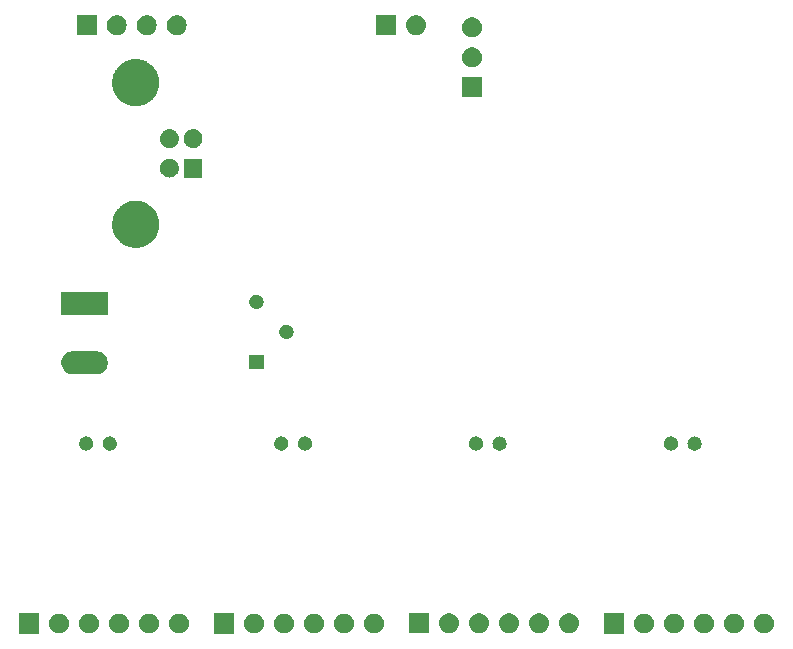
<source format=gbr>
%TF.GenerationSoftware,KiCad,Pcbnew,8.0.2*%
%TF.CreationDate,2024-05-24T16:25:43+02:00*%
%TF.ProjectId,Doodle Drive,446f6f64-6c65-4204-9472-6976652e6b69,1.0V*%
%TF.SameCoordinates,Original*%
%TF.FileFunction,Soldermask,Bot*%
%TF.FilePolarity,Negative*%
%FSLAX46Y46*%
G04 Gerber Fmt 4.6, Leading zero omitted, Abs format (unit mm)*
G04 Created by KiCad (PCBNEW 8.0.2) date 2024-05-24 16:25:43*
%MOMM*%
%LPD*%
G01*
G04 APERTURE LIST*
G04 APERTURE END LIST*
G36*
X63842000Y-106260000D02*
G01*
X62142000Y-106260000D01*
X62142000Y-104560000D01*
X63842000Y-104560000D01*
X63842000Y-106260000D01*
G37*
G36*
X80352000Y-106260000D02*
G01*
X78652000Y-106260000D01*
X78652000Y-104560000D01*
X80352000Y-104560000D01*
X80352000Y-106260000D01*
G37*
G36*
X113372000Y-106260000D02*
G01*
X111672000Y-106260000D01*
X111672000Y-104560000D01*
X113372000Y-104560000D01*
X113372000Y-106260000D01*
G37*
G36*
X65794664Y-104601602D02*
G01*
X65957000Y-104673878D01*
X66100761Y-104778327D01*
X66219664Y-104910383D01*
X66308514Y-105064274D01*
X66363425Y-105233275D01*
X66382000Y-105410000D01*
X66363425Y-105586725D01*
X66308514Y-105755726D01*
X66219664Y-105909617D01*
X66100761Y-106041673D01*
X65957000Y-106146122D01*
X65794664Y-106218398D01*
X65620849Y-106255344D01*
X65443151Y-106255344D01*
X65269336Y-106218398D01*
X65107000Y-106146122D01*
X64963239Y-106041673D01*
X64844336Y-105909617D01*
X64755486Y-105755726D01*
X64700575Y-105586725D01*
X64682000Y-105410000D01*
X64700575Y-105233275D01*
X64755486Y-105064274D01*
X64844336Y-104910383D01*
X64963239Y-104778327D01*
X65107000Y-104673878D01*
X65269336Y-104601602D01*
X65443151Y-104564656D01*
X65620849Y-104564656D01*
X65794664Y-104601602D01*
G37*
G36*
X68334664Y-104601602D02*
G01*
X68497000Y-104673878D01*
X68640761Y-104778327D01*
X68759664Y-104910383D01*
X68848514Y-105064274D01*
X68903425Y-105233275D01*
X68922000Y-105410000D01*
X68903425Y-105586725D01*
X68848514Y-105755726D01*
X68759664Y-105909617D01*
X68640761Y-106041673D01*
X68497000Y-106146122D01*
X68334664Y-106218398D01*
X68160849Y-106255344D01*
X67983151Y-106255344D01*
X67809336Y-106218398D01*
X67647000Y-106146122D01*
X67503239Y-106041673D01*
X67384336Y-105909617D01*
X67295486Y-105755726D01*
X67240575Y-105586725D01*
X67222000Y-105410000D01*
X67240575Y-105233275D01*
X67295486Y-105064274D01*
X67384336Y-104910383D01*
X67503239Y-104778327D01*
X67647000Y-104673878D01*
X67809336Y-104601602D01*
X67983151Y-104564656D01*
X68160849Y-104564656D01*
X68334664Y-104601602D01*
G37*
G36*
X70874664Y-104601602D02*
G01*
X71037000Y-104673878D01*
X71180761Y-104778327D01*
X71299664Y-104910383D01*
X71388514Y-105064274D01*
X71443425Y-105233275D01*
X71462000Y-105410000D01*
X71443425Y-105586725D01*
X71388514Y-105755726D01*
X71299664Y-105909617D01*
X71180761Y-106041673D01*
X71037000Y-106146122D01*
X70874664Y-106218398D01*
X70700849Y-106255344D01*
X70523151Y-106255344D01*
X70349336Y-106218398D01*
X70187000Y-106146122D01*
X70043239Y-106041673D01*
X69924336Y-105909617D01*
X69835486Y-105755726D01*
X69780575Y-105586725D01*
X69762000Y-105410000D01*
X69780575Y-105233275D01*
X69835486Y-105064274D01*
X69924336Y-104910383D01*
X70043239Y-104778327D01*
X70187000Y-104673878D01*
X70349336Y-104601602D01*
X70523151Y-104564656D01*
X70700849Y-104564656D01*
X70874664Y-104601602D01*
G37*
G36*
X73414664Y-104601602D02*
G01*
X73577000Y-104673878D01*
X73720761Y-104778327D01*
X73839664Y-104910383D01*
X73928514Y-105064274D01*
X73983425Y-105233275D01*
X74002000Y-105410000D01*
X73983425Y-105586725D01*
X73928514Y-105755726D01*
X73839664Y-105909617D01*
X73720761Y-106041673D01*
X73577000Y-106146122D01*
X73414664Y-106218398D01*
X73240849Y-106255344D01*
X73063151Y-106255344D01*
X72889336Y-106218398D01*
X72727000Y-106146122D01*
X72583239Y-106041673D01*
X72464336Y-105909617D01*
X72375486Y-105755726D01*
X72320575Y-105586725D01*
X72302000Y-105410000D01*
X72320575Y-105233275D01*
X72375486Y-105064274D01*
X72464336Y-104910383D01*
X72583239Y-104778327D01*
X72727000Y-104673878D01*
X72889336Y-104601602D01*
X73063151Y-104564656D01*
X73240849Y-104564656D01*
X73414664Y-104601602D01*
G37*
G36*
X75954664Y-104601602D02*
G01*
X76117000Y-104673878D01*
X76260761Y-104778327D01*
X76379664Y-104910383D01*
X76468514Y-105064274D01*
X76523425Y-105233275D01*
X76542000Y-105410000D01*
X76523425Y-105586725D01*
X76468514Y-105755726D01*
X76379664Y-105909617D01*
X76260761Y-106041673D01*
X76117000Y-106146122D01*
X75954664Y-106218398D01*
X75780849Y-106255344D01*
X75603151Y-106255344D01*
X75429336Y-106218398D01*
X75267000Y-106146122D01*
X75123239Y-106041673D01*
X75004336Y-105909617D01*
X74915486Y-105755726D01*
X74860575Y-105586725D01*
X74842000Y-105410000D01*
X74860575Y-105233275D01*
X74915486Y-105064274D01*
X75004336Y-104910383D01*
X75123239Y-104778327D01*
X75267000Y-104673878D01*
X75429336Y-104601602D01*
X75603151Y-104564656D01*
X75780849Y-104564656D01*
X75954664Y-104601602D01*
G37*
G36*
X82304664Y-104601602D02*
G01*
X82467000Y-104673878D01*
X82610761Y-104778327D01*
X82729664Y-104910383D01*
X82818514Y-105064274D01*
X82873425Y-105233275D01*
X82892000Y-105410000D01*
X82873425Y-105586725D01*
X82818514Y-105755726D01*
X82729664Y-105909617D01*
X82610761Y-106041673D01*
X82467000Y-106146122D01*
X82304664Y-106218398D01*
X82130849Y-106255344D01*
X81953151Y-106255344D01*
X81779336Y-106218398D01*
X81617000Y-106146122D01*
X81473239Y-106041673D01*
X81354336Y-105909617D01*
X81265486Y-105755726D01*
X81210575Y-105586725D01*
X81192000Y-105410000D01*
X81210575Y-105233275D01*
X81265486Y-105064274D01*
X81354336Y-104910383D01*
X81473239Y-104778327D01*
X81617000Y-104673878D01*
X81779336Y-104601602D01*
X81953151Y-104564656D01*
X82130849Y-104564656D01*
X82304664Y-104601602D01*
G37*
G36*
X84844664Y-104601602D02*
G01*
X85007000Y-104673878D01*
X85150761Y-104778327D01*
X85269664Y-104910383D01*
X85358514Y-105064274D01*
X85413425Y-105233275D01*
X85432000Y-105410000D01*
X85413425Y-105586725D01*
X85358514Y-105755726D01*
X85269664Y-105909617D01*
X85150761Y-106041673D01*
X85007000Y-106146122D01*
X84844664Y-106218398D01*
X84670849Y-106255344D01*
X84493151Y-106255344D01*
X84319336Y-106218398D01*
X84157000Y-106146122D01*
X84013239Y-106041673D01*
X83894336Y-105909617D01*
X83805486Y-105755726D01*
X83750575Y-105586725D01*
X83732000Y-105410000D01*
X83750575Y-105233275D01*
X83805486Y-105064274D01*
X83894336Y-104910383D01*
X84013239Y-104778327D01*
X84157000Y-104673878D01*
X84319336Y-104601602D01*
X84493151Y-104564656D01*
X84670849Y-104564656D01*
X84844664Y-104601602D01*
G37*
G36*
X87384664Y-104601602D02*
G01*
X87547000Y-104673878D01*
X87690761Y-104778327D01*
X87809664Y-104910383D01*
X87898514Y-105064274D01*
X87953425Y-105233275D01*
X87972000Y-105410000D01*
X87953425Y-105586725D01*
X87898514Y-105755726D01*
X87809664Y-105909617D01*
X87690761Y-106041673D01*
X87547000Y-106146122D01*
X87384664Y-106218398D01*
X87210849Y-106255344D01*
X87033151Y-106255344D01*
X86859336Y-106218398D01*
X86697000Y-106146122D01*
X86553239Y-106041673D01*
X86434336Y-105909617D01*
X86345486Y-105755726D01*
X86290575Y-105586725D01*
X86272000Y-105410000D01*
X86290575Y-105233275D01*
X86345486Y-105064274D01*
X86434336Y-104910383D01*
X86553239Y-104778327D01*
X86697000Y-104673878D01*
X86859336Y-104601602D01*
X87033151Y-104564656D01*
X87210849Y-104564656D01*
X87384664Y-104601602D01*
G37*
G36*
X89924664Y-104601602D02*
G01*
X90087000Y-104673878D01*
X90230761Y-104778327D01*
X90349664Y-104910383D01*
X90438514Y-105064274D01*
X90493425Y-105233275D01*
X90512000Y-105410000D01*
X90493425Y-105586725D01*
X90438514Y-105755726D01*
X90349664Y-105909617D01*
X90230761Y-106041673D01*
X90087000Y-106146122D01*
X89924664Y-106218398D01*
X89750849Y-106255344D01*
X89573151Y-106255344D01*
X89399336Y-106218398D01*
X89237000Y-106146122D01*
X89093239Y-106041673D01*
X88974336Y-105909617D01*
X88885486Y-105755726D01*
X88830575Y-105586725D01*
X88812000Y-105410000D01*
X88830575Y-105233275D01*
X88885486Y-105064274D01*
X88974336Y-104910383D01*
X89093239Y-104778327D01*
X89237000Y-104673878D01*
X89399336Y-104601602D01*
X89573151Y-104564656D01*
X89750849Y-104564656D01*
X89924664Y-104601602D01*
G37*
G36*
X92464664Y-104601602D02*
G01*
X92627000Y-104673878D01*
X92770761Y-104778327D01*
X92889664Y-104910383D01*
X92978514Y-105064274D01*
X93033425Y-105233275D01*
X93052000Y-105410000D01*
X93033425Y-105586725D01*
X92978514Y-105755726D01*
X92889664Y-105909617D01*
X92770761Y-106041673D01*
X92627000Y-106146122D01*
X92464664Y-106218398D01*
X92290849Y-106255344D01*
X92113151Y-106255344D01*
X91939336Y-106218398D01*
X91777000Y-106146122D01*
X91633239Y-106041673D01*
X91514336Y-105909617D01*
X91425486Y-105755726D01*
X91370575Y-105586725D01*
X91352000Y-105410000D01*
X91370575Y-105233275D01*
X91425486Y-105064274D01*
X91514336Y-104910383D01*
X91633239Y-104778327D01*
X91777000Y-104673878D01*
X91939336Y-104601602D01*
X92113151Y-104564656D01*
X92290849Y-104564656D01*
X92464664Y-104601602D01*
G37*
G36*
X115324664Y-104601602D02*
G01*
X115487000Y-104673878D01*
X115630761Y-104778327D01*
X115749664Y-104910383D01*
X115838514Y-105064274D01*
X115893425Y-105233275D01*
X115912000Y-105410000D01*
X115893425Y-105586725D01*
X115838514Y-105755726D01*
X115749664Y-105909617D01*
X115630761Y-106041673D01*
X115487000Y-106146122D01*
X115324664Y-106218398D01*
X115150849Y-106255344D01*
X114973151Y-106255344D01*
X114799336Y-106218398D01*
X114637000Y-106146122D01*
X114493239Y-106041673D01*
X114374336Y-105909617D01*
X114285486Y-105755726D01*
X114230575Y-105586725D01*
X114212000Y-105410000D01*
X114230575Y-105233275D01*
X114285486Y-105064274D01*
X114374336Y-104910383D01*
X114493239Y-104778327D01*
X114637000Y-104673878D01*
X114799336Y-104601602D01*
X114973151Y-104564656D01*
X115150849Y-104564656D01*
X115324664Y-104601602D01*
G37*
G36*
X117864664Y-104601602D02*
G01*
X118027000Y-104673878D01*
X118170761Y-104778327D01*
X118289664Y-104910383D01*
X118378514Y-105064274D01*
X118433425Y-105233275D01*
X118452000Y-105410000D01*
X118433425Y-105586725D01*
X118378514Y-105755726D01*
X118289664Y-105909617D01*
X118170761Y-106041673D01*
X118027000Y-106146122D01*
X117864664Y-106218398D01*
X117690849Y-106255344D01*
X117513151Y-106255344D01*
X117339336Y-106218398D01*
X117177000Y-106146122D01*
X117033239Y-106041673D01*
X116914336Y-105909617D01*
X116825486Y-105755726D01*
X116770575Y-105586725D01*
X116752000Y-105410000D01*
X116770575Y-105233275D01*
X116825486Y-105064274D01*
X116914336Y-104910383D01*
X117033239Y-104778327D01*
X117177000Y-104673878D01*
X117339336Y-104601602D01*
X117513151Y-104564656D01*
X117690849Y-104564656D01*
X117864664Y-104601602D01*
G37*
G36*
X120404664Y-104601602D02*
G01*
X120567000Y-104673878D01*
X120710761Y-104778327D01*
X120829664Y-104910383D01*
X120918514Y-105064274D01*
X120973425Y-105233275D01*
X120992000Y-105410000D01*
X120973425Y-105586725D01*
X120918514Y-105755726D01*
X120829664Y-105909617D01*
X120710761Y-106041673D01*
X120567000Y-106146122D01*
X120404664Y-106218398D01*
X120230849Y-106255344D01*
X120053151Y-106255344D01*
X119879336Y-106218398D01*
X119717000Y-106146122D01*
X119573239Y-106041673D01*
X119454336Y-105909617D01*
X119365486Y-105755726D01*
X119310575Y-105586725D01*
X119292000Y-105410000D01*
X119310575Y-105233275D01*
X119365486Y-105064274D01*
X119454336Y-104910383D01*
X119573239Y-104778327D01*
X119717000Y-104673878D01*
X119879336Y-104601602D01*
X120053151Y-104564656D01*
X120230849Y-104564656D01*
X120404664Y-104601602D01*
G37*
G36*
X122944664Y-104601602D02*
G01*
X123107000Y-104673878D01*
X123250761Y-104778327D01*
X123369664Y-104910383D01*
X123458514Y-105064274D01*
X123513425Y-105233275D01*
X123532000Y-105410000D01*
X123513425Y-105586725D01*
X123458514Y-105755726D01*
X123369664Y-105909617D01*
X123250761Y-106041673D01*
X123107000Y-106146122D01*
X122944664Y-106218398D01*
X122770849Y-106255344D01*
X122593151Y-106255344D01*
X122419336Y-106218398D01*
X122257000Y-106146122D01*
X122113239Y-106041673D01*
X121994336Y-105909617D01*
X121905486Y-105755726D01*
X121850575Y-105586725D01*
X121832000Y-105410000D01*
X121850575Y-105233275D01*
X121905486Y-105064274D01*
X121994336Y-104910383D01*
X122113239Y-104778327D01*
X122257000Y-104673878D01*
X122419336Y-104601602D01*
X122593151Y-104564656D01*
X122770849Y-104564656D01*
X122944664Y-104601602D01*
G37*
G36*
X125484664Y-104601602D02*
G01*
X125647000Y-104673878D01*
X125790761Y-104778327D01*
X125909664Y-104910383D01*
X125998514Y-105064274D01*
X126053425Y-105233275D01*
X126072000Y-105410000D01*
X126053425Y-105586725D01*
X125998514Y-105755726D01*
X125909664Y-105909617D01*
X125790761Y-106041673D01*
X125647000Y-106146122D01*
X125484664Y-106218398D01*
X125310849Y-106255344D01*
X125133151Y-106255344D01*
X124959336Y-106218398D01*
X124797000Y-106146122D01*
X124653239Y-106041673D01*
X124534336Y-105909617D01*
X124445486Y-105755726D01*
X124390575Y-105586725D01*
X124372000Y-105410000D01*
X124390575Y-105233275D01*
X124445486Y-105064274D01*
X124534336Y-104910383D01*
X124653239Y-104778327D01*
X124797000Y-104673878D01*
X124959336Y-104601602D01*
X125133151Y-104564656D01*
X125310849Y-104564656D01*
X125484664Y-104601602D01*
G37*
G36*
X96862000Y-106240243D02*
G01*
X95162000Y-106240243D01*
X95162000Y-104540243D01*
X96862000Y-104540243D01*
X96862000Y-106240243D01*
G37*
G36*
X98814664Y-104581845D02*
G01*
X98977000Y-104654121D01*
X99120761Y-104758570D01*
X99239664Y-104890626D01*
X99328514Y-105044517D01*
X99383425Y-105213518D01*
X99402000Y-105390243D01*
X99383425Y-105566968D01*
X99328514Y-105735969D01*
X99239664Y-105889860D01*
X99120761Y-106021916D01*
X98977000Y-106126365D01*
X98814664Y-106198641D01*
X98640849Y-106235587D01*
X98463151Y-106235587D01*
X98289336Y-106198641D01*
X98127000Y-106126365D01*
X97983239Y-106021916D01*
X97864336Y-105889860D01*
X97775486Y-105735969D01*
X97720575Y-105566968D01*
X97702000Y-105390243D01*
X97720575Y-105213518D01*
X97775486Y-105044517D01*
X97864336Y-104890626D01*
X97983239Y-104758570D01*
X98127000Y-104654121D01*
X98289336Y-104581845D01*
X98463151Y-104544899D01*
X98640849Y-104544899D01*
X98814664Y-104581845D01*
G37*
G36*
X101354664Y-104581845D02*
G01*
X101517000Y-104654121D01*
X101660761Y-104758570D01*
X101779664Y-104890626D01*
X101868514Y-105044517D01*
X101923425Y-105213518D01*
X101942000Y-105390243D01*
X101923425Y-105566968D01*
X101868514Y-105735969D01*
X101779664Y-105889860D01*
X101660761Y-106021916D01*
X101517000Y-106126365D01*
X101354664Y-106198641D01*
X101180849Y-106235587D01*
X101003151Y-106235587D01*
X100829336Y-106198641D01*
X100667000Y-106126365D01*
X100523239Y-106021916D01*
X100404336Y-105889860D01*
X100315486Y-105735969D01*
X100260575Y-105566968D01*
X100242000Y-105390243D01*
X100260575Y-105213518D01*
X100315486Y-105044517D01*
X100404336Y-104890626D01*
X100523239Y-104758570D01*
X100667000Y-104654121D01*
X100829336Y-104581845D01*
X101003151Y-104544899D01*
X101180849Y-104544899D01*
X101354664Y-104581845D01*
G37*
G36*
X103894664Y-104581845D02*
G01*
X104057000Y-104654121D01*
X104200761Y-104758570D01*
X104319664Y-104890626D01*
X104408514Y-105044517D01*
X104463425Y-105213518D01*
X104482000Y-105390243D01*
X104463425Y-105566968D01*
X104408514Y-105735969D01*
X104319664Y-105889860D01*
X104200761Y-106021916D01*
X104057000Y-106126365D01*
X103894664Y-106198641D01*
X103720849Y-106235587D01*
X103543151Y-106235587D01*
X103369336Y-106198641D01*
X103207000Y-106126365D01*
X103063239Y-106021916D01*
X102944336Y-105889860D01*
X102855486Y-105735969D01*
X102800575Y-105566968D01*
X102782000Y-105390243D01*
X102800575Y-105213518D01*
X102855486Y-105044517D01*
X102944336Y-104890626D01*
X103063239Y-104758570D01*
X103207000Y-104654121D01*
X103369336Y-104581845D01*
X103543151Y-104544899D01*
X103720849Y-104544899D01*
X103894664Y-104581845D01*
G37*
G36*
X106434664Y-104581845D02*
G01*
X106597000Y-104654121D01*
X106740761Y-104758570D01*
X106859664Y-104890626D01*
X106948514Y-105044517D01*
X107003425Y-105213518D01*
X107022000Y-105390243D01*
X107003425Y-105566968D01*
X106948514Y-105735969D01*
X106859664Y-105889860D01*
X106740761Y-106021916D01*
X106597000Y-106126365D01*
X106434664Y-106198641D01*
X106260849Y-106235587D01*
X106083151Y-106235587D01*
X105909336Y-106198641D01*
X105747000Y-106126365D01*
X105603239Y-106021916D01*
X105484336Y-105889860D01*
X105395486Y-105735969D01*
X105340575Y-105566968D01*
X105322000Y-105390243D01*
X105340575Y-105213518D01*
X105395486Y-105044517D01*
X105484336Y-104890626D01*
X105603239Y-104758570D01*
X105747000Y-104654121D01*
X105909336Y-104581845D01*
X106083151Y-104544899D01*
X106260849Y-104544899D01*
X106434664Y-104581845D01*
G37*
G36*
X108974664Y-104581845D02*
G01*
X109137000Y-104654121D01*
X109280761Y-104758570D01*
X109399664Y-104890626D01*
X109488514Y-105044517D01*
X109543425Y-105213518D01*
X109562000Y-105390243D01*
X109543425Y-105566968D01*
X109488514Y-105735969D01*
X109399664Y-105889860D01*
X109280761Y-106021916D01*
X109137000Y-106126365D01*
X108974664Y-106198641D01*
X108800849Y-106235587D01*
X108623151Y-106235587D01*
X108449336Y-106198641D01*
X108287000Y-106126365D01*
X108143239Y-106021916D01*
X108024336Y-105889860D01*
X107935486Y-105735969D01*
X107880575Y-105566968D01*
X107862000Y-105390243D01*
X107880575Y-105213518D01*
X107935486Y-105044517D01*
X108024336Y-104890626D01*
X108143239Y-104758570D01*
X108287000Y-104654121D01*
X108449336Y-104581845D01*
X108623151Y-104544899D01*
X108800849Y-104544899D01*
X108974664Y-104581845D01*
G37*
G36*
X67870550Y-89574812D02*
G01*
X67906267Y-89574812D01*
X67947221Y-89584906D01*
X67989291Y-89590445D01*
X68018088Y-89602373D01*
X68046610Y-89609403D01*
X68089854Y-89632099D01*
X68134000Y-89650385D01*
X68154140Y-89665839D01*
X68174586Y-89676570D01*
X68216388Y-89713603D01*
X68258264Y-89745736D01*
X68270165Y-89761246D01*
X68282778Y-89772420D01*
X68318943Y-89824815D01*
X68353615Y-89870000D01*
X68358841Y-89882617D01*
X68364882Y-89891369D01*
X68391089Y-89960471D01*
X68413555Y-90014709D01*
X68414563Y-90022366D01*
X68416136Y-90026514D01*
X68428315Y-90126821D01*
X68434000Y-90170000D01*
X68428314Y-90213182D01*
X68416136Y-90313485D01*
X68414563Y-90317631D01*
X68413555Y-90325291D01*
X68391084Y-90379539D01*
X68364882Y-90448630D01*
X68358842Y-90457380D01*
X68353615Y-90470000D01*
X68318936Y-90515193D01*
X68282778Y-90567579D01*
X68270167Y-90578750D01*
X68258264Y-90594264D01*
X68216379Y-90626402D01*
X68174586Y-90663429D01*
X68154144Y-90674157D01*
X68134000Y-90689615D01*
X68089845Y-90707904D01*
X68046610Y-90730596D01*
X68018092Y-90737624D01*
X67989291Y-90749555D01*
X67947219Y-90755093D01*
X67906267Y-90765188D01*
X67870550Y-90765188D01*
X67834000Y-90770000D01*
X67797450Y-90765188D01*
X67761733Y-90765188D01*
X67720780Y-90755093D01*
X67678709Y-90749555D01*
X67649908Y-90737625D01*
X67621389Y-90730596D01*
X67578149Y-90707902D01*
X67534000Y-90689615D01*
X67513857Y-90674159D01*
X67493413Y-90663429D01*
X67451612Y-90626397D01*
X67409736Y-90594264D01*
X67397834Y-90578753D01*
X67385221Y-90567579D01*
X67349053Y-90515180D01*
X67314385Y-90470000D01*
X67309159Y-90457383D01*
X67303117Y-90448630D01*
X67276903Y-90379510D01*
X67254445Y-90325291D01*
X67253437Y-90317635D01*
X67251863Y-90313485D01*
X67239672Y-90213084D01*
X67234000Y-90170000D01*
X67239671Y-90126919D01*
X67251863Y-90026514D01*
X67253437Y-90022362D01*
X67254445Y-90014709D01*
X67276898Y-89960500D01*
X67303117Y-89891369D01*
X67309160Y-89882613D01*
X67314385Y-89870000D01*
X67349046Y-89824828D01*
X67385221Y-89772420D01*
X67397836Y-89761243D01*
X67409736Y-89745736D01*
X67451604Y-89713609D01*
X67493413Y-89676570D01*
X67513861Y-89665837D01*
X67534000Y-89650385D01*
X67578140Y-89632101D01*
X67621389Y-89609403D01*
X67649913Y-89602372D01*
X67678709Y-89590445D01*
X67720777Y-89584906D01*
X67761733Y-89574812D01*
X67797450Y-89574812D01*
X67834000Y-89570000D01*
X67870550Y-89574812D01*
G37*
G36*
X69870550Y-89574812D02*
G01*
X69906267Y-89574812D01*
X69947221Y-89584906D01*
X69989291Y-89590445D01*
X70018088Y-89602373D01*
X70046610Y-89609403D01*
X70089854Y-89632099D01*
X70134000Y-89650385D01*
X70154140Y-89665839D01*
X70174586Y-89676570D01*
X70216388Y-89713603D01*
X70258264Y-89745736D01*
X70270165Y-89761246D01*
X70282778Y-89772420D01*
X70318943Y-89824815D01*
X70353615Y-89870000D01*
X70358841Y-89882617D01*
X70364882Y-89891369D01*
X70391089Y-89960471D01*
X70413555Y-90014709D01*
X70414563Y-90022366D01*
X70416136Y-90026514D01*
X70428315Y-90126821D01*
X70434000Y-90170000D01*
X70428314Y-90213182D01*
X70416136Y-90313485D01*
X70414563Y-90317631D01*
X70413555Y-90325291D01*
X70391084Y-90379539D01*
X70364882Y-90448630D01*
X70358842Y-90457380D01*
X70353615Y-90470000D01*
X70318936Y-90515193D01*
X70282778Y-90567579D01*
X70270167Y-90578750D01*
X70258264Y-90594264D01*
X70216379Y-90626402D01*
X70174586Y-90663429D01*
X70154144Y-90674157D01*
X70134000Y-90689615D01*
X70089845Y-90707904D01*
X70046610Y-90730596D01*
X70018092Y-90737624D01*
X69989291Y-90749555D01*
X69947219Y-90755093D01*
X69906267Y-90765188D01*
X69870550Y-90765188D01*
X69834000Y-90770000D01*
X69797450Y-90765188D01*
X69761733Y-90765188D01*
X69720780Y-90755093D01*
X69678709Y-90749555D01*
X69649908Y-90737625D01*
X69621389Y-90730596D01*
X69578149Y-90707902D01*
X69534000Y-90689615D01*
X69513857Y-90674159D01*
X69493413Y-90663429D01*
X69451612Y-90626397D01*
X69409736Y-90594264D01*
X69397834Y-90578753D01*
X69385221Y-90567579D01*
X69349053Y-90515180D01*
X69314385Y-90470000D01*
X69309159Y-90457383D01*
X69303117Y-90448630D01*
X69276903Y-90379510D01*
X69254445Y-90325291D01*
X69253437Y-90317635D01*
X69251863Y-90313485D01*
X69239672Y-90213084D01*
X69234000Y-90170000D01*
X69239671Y-90126919D01*
X69251863Y-90026514D01*
X69253437Y-90022362D01*
X69254445Y-90014709D01*
X69276898Y-89960500D01*
X69303117Y-89891369D01*
X69309160Y-89882613D01*
X69314385Y-89870000D01*
X69349046Y-89824828D01*
X69385221Y-89772420D01*
X69397836Y-89761243D01*
X69409736Y-89745736D01*
X69451604Y-89713609D01*
X69493413Y-89676570D01*
X69513861Y-89665837D01*
X69534000Y-89650385D01*
X69578140Y-89632101D01*
X69621389Y-89609403D01*
X69649913Y-89602372D01*
X69678709Y-89590445D01*
X69720777Y-89584906D01*
X69761733Y-89574812D01*
X69797450Y-89574812D01*
X69834000Y-89570000D01*
X69870550Y-89574812D01*
G37*
G36*
X84396550Y-89574812D02*
G01*
X84432267Y-89574812D01*
X84473221Y-89584906D01*
X84515291Y-89590445D01*
X84544088Y-89602373D01*
X84572610Y-89609403D01*
X84615854Y-89632099D01*
X84660000Y-89650385D01*
X84680140Y-89665839D01*
X84700586Y-89676570D01*
X84742388Y-89713603D01*
X84784264Y-89745736D01*
X84796165Y-89761246D01*
X84808778Y-89772420D01*
X84844943Y-89824815D01*
X84879615Y-89870000D01*
X84884841Y-89882617D01*
X84890882Y-89891369D01*
X84917089Y-89960471D01*
X84939555Y-90014709D01*
X84940563Y-90022366D01*
X84942136Y-90026514D01*
X84954315Y-90126821D01*
X84960000Y-90170000D01*
X84954314Y-90213182D01*
X84942136Y-90313485D01*
X84940563Y-90317631D01*
X84939555Y-90325291D01*
X84917084Y-90379539D01*
X84890882Y-90448630D01*
X84884842Y-90457380D01*
X84879615Y-90470000D01*
X84844936Y-90515193D01*
X84808778Y-90567579D01*
X84796167Y-90578750D01*
X84784264Y-90594264D01*
X84742379Y-90626402D01*
X84700586Y-90663429D01*
X84680144Y-90674157D01*
X84660000Y-90689615D01*
X84615845Y-90707904D01*
X84572610Y-90730596D01*
X84544092Y-90737624D01*
X84515291Y-90749555D01*
X84473219Y-90755093D01*
X84432267Y-90765188D01*
X84396550Y-90765188D01*
X84360000Y-90770000D01*
X84323450Y-90765188D01*
X84287733Y-90765188D01*
X84246780Y-90755093D01*
X84204709Y-90749555D01*
X84175908Y-90737625D01*
X84147389Y-90730596D01*
X84104149Y-90707902D01*
X84060000Y-90689615D01*
X84039857Y-90674159D01*
X84019413Y-90663429D01*
X83977612Y-90626397D01*
X83935736Y-90594264D01*
X83923834Y-90578753D01*
X83911221Y-90567579D01*
X83875053Y-90515180D01*
X83840385Y-90470000D01*
X83835159Y-90457383D01*
X83829117Y-90448630D01*
X83802903Y-90379510D01*
X83780445Y-90325291D01*
X83779437Y-90317635D01*
X83777863Y-90313485D01*
X83765672Y-90213084D01*
X83760000Y-90170000D01*
X83765671Y-90126919D01*
X83777863Y-90026514D01*
X83779437Y-90022362D01*
X83780445Y-90014709D01*
X83802898Y-89960500D01*
X83829117Y-89891369D01*
X83835160Y-89882613D01*
X83840385Y-89870000D01*
X83875046Y-89824828D01*
X83911221Y-89772420D01*
X83923836Y-89761243D01*
X83935736Y-89745736D01*
X83977604Y-89713609D01*
X84019413Y-89676570D01*
X84039861Y-89665837D01*
X84060000Y-89650385D01*
X84104140Y-89632101D01*
X84147389Y-89609403D01*
X84175913Y-89602372D01*
X84204709Y-89590445D01*
X84246777Y-89584906D01*
X84287733Y-89574812D01*
X84323450Y-89574812D01*
X84360000Y-89570000D01*
X84396550Y-89574812D01*
G37*
G36*
X86396550Y-89574812D02*
G01*
X86432267Y-89574812D01*
X86473221Y-89584906D01*
X86515291Y-89590445D01*
X86544088Y-89602373D01*
X86572610Y-89609403D01*
X86615854Y-89632099D01*
X86660000Y-89650385D01*
X86680140Y-89665839D01*
X86700586Y-89676570D01*
X86742388Y-89713603D01*
X86784264Y-89745736D01*
X86796165Y-89761246D01*
X86808778Y-89772420D01*
X86844943Y-89824815D01*
X86879615Y-89870000D01*
X86884841Y-89882617D01*
X86890882Y-89891369D01*
X86917089Y-89960471D01*
X86939555Y-90014709D01*
X86940563Y-90022366D01*
X86942136Y-90026514D01*
X86954315Y-90126821D01*
X86960000Y-90170000D01*
X86954314Y-90213182D01*
X86942136Y-90313485D01*
X86940563Y-90317631D01*
X86939555Y-90325291D01*
X86917084Y-90379539D01*
X86890882Y-90448630D01*
X86884842Y-90457380D01*
X86879615Y-90470000D01*
X86844936Y-90515193D01*
X86808778Y-90567579D01*
X86796167Y-90578750D01*
X86784264Y-90594264D01*
X86742379Y-90626402D01*
X86700586Y-90663429D01*
X86680144Y-90674157D01*
X86660000Y-90689615D01*
X86615845Y-90707904D01*
X86572610Y-90730596D01*
X86544092Y-90737624D01*
X86515291Y-90749555D01*
X86473219Y-90755093D01*
X86432267Y-90765188D01*
X86396550Y-90765188D01*
X86360000Y-90770000D01*
X86323450Y-90765188D01*
X86287733Y-90765188D01*
X86246780Y-90755093D01*
X86204709Y-90749555D01*
X86175908Y-90737625D01*
X86147389Y-90730596D01*
X86104149Y-90707902D01*
X86060000Y-90689615D01*
X86039857Y-90674159D01*
X86019413Y-90663429D01*
X85977612Y-90626397D01*
X85935736Y-90594264D01*
X85923834Y-90578753D01*
X85911221Y-90567579D01*
X85875053Y-90515180D01*
X85840385Y-90470000D01*
X85835159Y-90457383D01*
X85829117Y-90448630D01*
X85802903Y-90379510D01*
X85780445Y-90325291D01*
X85779437Y-90317635D01*
X85777863Y-90313485D01*
X85765672Y-90213084D01*
X85760000Y-90170000D01*
X85765671Y-90126919D01*
X85777863Y-90026514D01*
X85779437Y-90022362D01*
X85780445Y-90014709D01*
X85802898Y-89960500D01*
X85829117Y-89891369D01*
X85835160Y-89882613D01*
X85840385Y-89870000D01*
X85875046Y-89824828D01*
X85911221Y-89772420D01*
X85923836Y-89761243D01*
X85935736Y-89745736D01*
X85977604Y-89713609D01*
X86019413Y-89676570D01*
X86039861Y-89665837D01*
X86060000Y-89650385D01*
X86104140Y-89632101D01*
X86147389Y-89609403D01*
X86175913Y-89602372D01*
X86204709Y-89590445D01*
X86246777Y-89584906D01*
X86287733Y-89574812D01*
X86323450Y-89574812D01*
X86360000Y-89570000D01*
X86396550Y-89574812D01*
G37*
G36*
X100874550Y-89574812D02*
G01*
X100910267Y-89574812D01*
X100951221Y-89584906D01*
X100993291Y-89590445D01*
X101022088Y-89602373D01*
X101050610Y-89609403D01*
X101093854Y-89632099D01*
X101138000Y-89650385D01*
X101158140Y-89665839D01*
X101178586Y-89676570D01*
X101220388Y-89713603D01*
X101262264Y-89745736D01*
X101274165Y-89761246D01*
X101286778Y-89772420D01*
X101322943Y-89824815D01*
X101357615Y-89870000D01*
X101362841Y-89882617D01*
X101368882Y-89891369D01*
X101395089Y-89960471D01*
X101417555Y-90014709D01*
X101418563Y-90022366D01*
X101420136Y-90026514D01*
X101432315Y-90126821D01*
X101438000Y-90170000D01*
X101432314Y-90213182D01*
X101420136Y-90313485D01*
X101418563Y-90317631D01*
X101417555Y-90325291D01*
X101395084Y-90379539D01*
X101368882Y-90448630D01*
X101362842Y-90457380D01*
X101357615Y-90470000D01*
X101322936Y-90515193D01*
X101286778Y-90567579D01*
X101274167Y-90578750D01*
X101262264Y-90594264D01*
X101220379Y-90626402D01*
X101178586Y-90663429D01*
X101158144Y-90674157D01*
X101138000Y-90689615D01*
X101093845Y-90707904D01*
X101050610Y-90730596D01*
X101022092Y-90737624D01*
X100993291Y-90749555D01*
X100951219Y-90755093D01*
X100910267Y-90765188D01*
X100874550Y-90765188D01*
X100838000Y-90770000D01*
X100801450Y-90765188D01*
X100765733Y-90765188D01*
X100724780Y-90755093D01*
X100682709Y-90749555D01*
X100653908Y-90737625D01*
X100625389Y-90730596D01*
X100582149Y-90707902D01*
X100538000Y-90689615D01*
X100517857Y-90674159D01*
X100497413Y-90663429D01*
X100455612Y-90626397D01*
X100413736Y-90594264D01*
X100401834Y-90578753D01*
X100389221Y-90567579D01*
X100353053Y-90515180D01*
X100318385Y-90470000D01*
X100313159Y-90457383D01*
X100307117Y-90448630D01*
X100280903Y-90379510D01*
X100258445Y-90325291D01*
X100257437Y-90317635D01*
X100255863Y-90313485D01*
X100243672Y-90213084D01*
X100238000Y-90170000D01*
X100243671Y-90126919D01*
X100255863Y-90026514D01*
X100257437Y-90022362D01*
X100258445Y-90014709D01*
X100280898Y-89960500D01*
X100307117Y-89891369D01*
X100313160Y-89882613D01*
X100318385Y-89870000D01*
X100353046Y-89824828D01*
X100389221Y-89772420D01*
X100401836Y-89761243D01*
X100413736Y-89745736D01*
X100455604Y-89713609D01*
X100497413Y-89676570D01*
X100517861Y-89665837D01*
X100538000Y-89650385D01*
X100582140Y-89632101D01*
X100625389Y-89609403D01*
X100653913Y-89602372D01*
X100682709Y-89590445D01*
X100724777Y-89584906D01*
X100765733Y-89574812D01*
X100801450Y-89574812D01*
X100838000Y-89570000D01*
X100874550Y-89574812D01*
G37*
G36*
X102874550Y-89574812D02*
G01*
X102910267Y-89574812D01*
X102951221Y-89584906D01*
X102993291Y-89590445D01*
X103022088Y-89602373D01*
X103050610Y-89609403D01*
X103093854Y-89632099D01*
X103138000Y-89650385D01*
X103158140Y-89665839D01*
X103178586Y-89676570D01*
X103220388Y-89713603D01*
X103262264Y-89745736D01*
X103274165Y-89761246D01*
X103286778Y-89772420D01*
X103322943Y-89824815D01*
X103357615Y-89870000D01*
X103362841Y-89882617D01*
X103368882Y-89891369D01*
X103395089Y-89960471D01*
X103417555Y-90014709D01*
X103418563Y-90022366D01*
X103420136Y-90026514D01*
X103432315Y-90126821D01*
X103438000Y-90170000D01*
X103432314Y-90213182D01*
X103420136Y-90313485D01*
X103418563Y-90317631D01*
X103417555Y-90325291D01*
X103395084Y-90379539D01*
X103368882Y-90448630D01*
X103362842Y-90457380D01*
X103357615Y-90470000D01*
X103322936Y-90515193D01*
X103286778Y-90567579D01*
X103274167Y-90578750D01*
X103262264Y-90594264D01*
X103220379Y-90626402D01*
X103178586Y-90663429D01*
X103158144Y-90674157D01*
X103138000Y-90689615D01*
X103093845Y-90707904D01*
X103050610Y-90730596D01*
X103022092Y-90737624D01*
X102993291Y-90749555D01*
X102951219Y-90755093D01*
X102910267Y-90765188D01*
X102874550Y-90765188D01*
X102838000Y-90770000D01*
X102801450Y-90765188D01*
X102765733Y-90765188D01*
X102724780Y-90755093D01*
X102682709Y-90749555D01*
X102653908Y-90737625D01*
X102625389Y-90730596D01*
X102582149Y-90707902D01*
X102538000Y-90689615D01*
X102517857Y-90674159D01*
X102497413Y-90663429D01*
X102455612Y-90626397D01*
X102413736Y-90594264D01*
X102401834Y-90578753D01*
X102389221Y-90567579D01*
X102353053Y-90515180D01*
X102318385Y-90470000D01*
X102313159Y-90457383D01*
X102307117Y-90448630D01*
X102280903Y-90379510D01*
X102258445Y-90325291D01*
X102257437Y-90317635D01*
X102255863Y-90313485D01*
X102243672Y-90213084D01*
X102238000Y-90170000D01*
X102243671Y-90126919D01*
X102255863Y-90026514D01*
X102257437Y-90022362D01*
X102258445Y-90014709D01*
X102280898Y-89960500D01*
X102307117Y-89891369D01*
X102313160Y-89882613D01*
X102318385Y-89870000D01*
X102353046Y-89824828D01*
X102389221Y-89772420D01*
X102401836Y-89761243D01*
X102413736Y-89745736D01*
X102455604Y-89713609D01*
X102497413Y-89676570D01*
X102517861Y-89665837D01*
X102538000Y-89650385D01*
X102582140Y-89632101D01*
X102625389Y-89609403D01*
X102653913Y-89602372D01*
X102682709Y-89590445D01*
X102724777Y-89584906D01*
X102765733Y-89574812D01*
X102801450Y-89574812D01*
X102838000Y-89570000D01*
X102874550Y-89574812D01*
G37*
G36*
X117384550Y-89574812D02*
G01*
X117420267Y-89574812D01*
X117461221Y-89584906D01*
X117503291Y-89590445D01*
X117532088Y-89602373D01*
X117560610Y-89609403D01*
X117603854Y-89632099D01*
X117648000Y-89650385D01*
X117668140Y-89665839D01*
X117688586Y-89676570D01*
X117730388Y-89713603D01*
X117772264Y-89745736D01*
X117784165Y-89761246D01*
X117796778Y-89772420D01*
X117832943Y-89824815D01*
X117867615Y-89870000D01*
X117872841Y-89882617D01*
X117878882Y-89891369D01*
X117905089Y-89960471D01*
X117927555Y-90014709D01*
X117928563Y-90022366D01*
X117930136Y-90026514D01*
X117942315Y-90126821D01*
X117948000Y-90170000D01*
X117942314Y-90213182D01*
X117930136Y-90313485D01*
X117928563Y-90317631D01*
X117927555Y-90325291D01*
X117905084Y-90379539D01*
X117878882Y-90448630D01*
X117872842Y-90457380D01*
X117867615Y-90470000D01*
X117832936Y-90515193D01*
X117796778Y-90567579D01*
X117784167Y-90578750D01*
X117772264Y-90594264D01*
X117730379Y-90626402D01*
X117688586Y-90663429D01*
X117668144Y-90674157D01*
X117648000Y-90689615D01*
X117603845Y-90707904D01*
X117560610Y-90730596D01*
X117532092Y-90737624D01*
X117503291Y-90749555D01*
X117461219Y-90755093D01*
X117420267Y-90765188D01*
X117384550Y-90765188D01*
X117348000Y-90770000D01*
X117311450Y-90765188D01*
X117275733Y-90765188D01*
X117234780Y-90755093D01*
X117192709Y-90749555D01*
X117163908Y-90737625D01*
X117135389Y-90730596D01*
X117092149Y-90707902D01*
X117048000Y-90689615D01*
X117027857Y-90674159D01*
X117007413Y-90663429D01*
X116965612Y-90626397D01*
X116923736Y-90594264D01*
X116911834Y-90578753D01*
X116899221Y-90567579D01*
X116863053Y-90515180D01*
X116828385Y-90470000D01*
X116823159Y-90457383D01*
X116817117Y-90448630D01*
X116790903Y-90379510D01*
X116768445Y-90325291D01*
X116767437Y-90317635D01*
X116765863Y-90313485D01*
X116753672Y-90213084D01*
X116748000Y-90170000D01*
X116753671Y-90126919D01*
X116765863Y-90026514D01*
X116767437Y-90022362D01*
X116768445Y-90014709D01*
X116790898Y-89960500D01*
X116817117Y-89891369D01*
X116823160Y-89882613D01*
X116828385Y-89870000D01*
X116863046Y-89824828D01*
X116899221Y-89772420D01*
X116911836Y-89761243D01*
X116923736Y-89745736D01*
X116965604Y-89713609D01*
X117007413Y-89676570D01*
X117027861Y-89665837D01*
X117048000Y-89650385D01*
X117092140Y-89632101D01*
X117135389Y-89609403D01*
X117163913Y-89602372D01*
X117192709Y-89590445D01*
X117234777Y-89584906D01*
X117275733Y-89574812D01*
X117311450Y-89574812D01*
X117348000Y-89570000D01*
X117384550Y-89574812D01*
G37*
G36*
X119384550Y-89574812D02*
G01*
X119420267Y-89574812D01*
X119461221Y-89584906D01*
X119503291Y-89590445D01*
X119532088Y-89602373D01*
X119560610Y-89609403D01*
X119603854Y-89632099D01*
X119648000Y-89650385D01*
X119668140Y-89665839D01*
X119688586Y-89676570D01*
X119730388Y-89713603D01*
X119772264Y-89745736D01*
X119784165Y-89761246D01*
X119796778Y-89772420D01*
X119832943Y-89824815D01*
X119867615Y-89870000D01*
X119872841Y-89882617D01*
X119878882Y-89891369D01*
X119905089Y-89960471D01*
X119927555Y-90014709D01*
X119928563Y-90022366D01*
X119930136Y-90026514D01*
X119942315Y-90126821D01*
X119948000Y-90170000D01*
X119942314Y-90213182D01*
X119930136Y-90313485D01*
X119928563Y-90317631D01*
X119927555Y-90325291D01*
X119905084Y-90379539D01*
X119878882Y-90448630D01*
X119872842Y-90457380D01*
X119867615Y-90470000D01*
X119832936Y-90515193D01*
X119796778Y-90567579D01*
X119784167Y-90578750D01*
X119772264Y-90594264D01*
X119730379Y-90626402D01*
X119688586Y-90663429D01*
X119668144Y-90674157D01*
X119648000Y-90689615D01*
X119603845Y-90707904D01*
X119560610Y-90730596D01*
X119532092Y-90737624D01*
X119503291Y-90749555D01*
X119461219Y-90755093D01*
X119420267Y-90765188D01*
X119384550Y-90765188D01*
X119348000Y-90770000D01*
X119311450Y-90765188D01*
X119275733Y-90765188D01*
X119234780Y-90755093D01*
X119192709Y-90749555D01*
X119163908Y-90737625D01*
X119135389Y-90730596D01*
X119092149Y-90707902D01*
X119048000Y-90689615D01*
X119027857Y-90674159D01*
X119007413Y-90663429D01*
X118965612Y-90626397D01*
X118923736Y-90594264D01*
X118911834Y-90578753D01*
X118899221Y-90567579D01*
X118863053Y-90515180D01*
X118828385Y-90470000D01*
X118823159Y-90457383D01*
X118817117Y-90448630D01*
X118790903Y-90379510D01*
X118768445Y-90325291D01*
X118767437Y-90317635D01*
X118765863Y-90313485D01*
X118753672Y-90213084D01*
X118748000Y-90170000D01*
X118753671Y-90126919D01*
X118765863Y-90026514D01*
X118767437Y-90022362D01*
X118768445Y-90014709D01*
X118790898Y-89960500D01*
X118817117Y-89891369D01*
X118823160Y-89882613D01*
X118828385Y-89870000D01*
X118863046Y-89824828D01*
X118899221Y-89772420D01*
X118911836Y-89761243D01*
X118923736Y-89745736D01*
X118965604Y-89713609D01*
X119007413Y-89676570D01*
X119027861Y-89665837D01*
X119048000Y-89650385D01*
X119092140Y-89632101D01*
X119135389Y-89609403D01*
X119163913Y-89602372D01*
X119192709Y-89590445D01*
X119234777Y-89584906D01*
X119275733Y-89574812D01*
X119311450Y-89574812D01*
X119348000Y-89570000D01*
X119384550Y-89574812D01*
G37*
G36*
X68787037Y-82349767D02*
G01*
X68977382Y-82387629D01*
X69156683Y-82461898D01*
X69318049Y-82569720D01*
X69455280Y-82706951D01*
X69563102Y-82868317D01*
X69637371Y-83047618D01*
X69675233Y-83237963D01*
X69675233Y-83432037D01*
X69637371Y-83622382D01*
X69563102Y-83801683D01*
X69455280Y-83963049D01*
X69318049Y-84100280D01*
X69156683Y-84208102D01*
X68977382Y-84282371D01*
X68787037Y-84320233D01*
X66710000Y-84325000D01*
X66612963Y-84320233D01*
X66422618Y-84282371D01*
X66243317Y-84208102D01*
X66081951Y-84100280D01*
X65944720Y-83963049D01*
X65836898Y-83801683D01*
X65762629Y-83622382D01*
X65724767Y-83432037D01*
X65724767Y-83237963D01*
X65762629Y-83047618D01*
X65836898Y-82868317D01*
X65944720Y-82706951D01*
X66081951Y-82569720D01*
X66243317Y-82461898D01*
X66422618Y-82387629D01*
X66612963Y-82349767D01*
X68686951Y-82345006D01*
X68688598Y-82345003D01*
X68688602Y-82345003D01*
X68690000Y-82345000D01*
X68787037Y-82349767D01*
G37*
G36*
X82858500Y-83858500D02*
G01*
X81641500Y-83858500D01*
X81641500Y-82641500D01*
X82858500Y-82641500D01*
X82858500Y-83858500D01*
G37*
G36*
X84827022Y-80106374D02*
G01*
X84863296Y-80106374D01*
X84904885Y-80116624D01*
X84947491Y-80122234D01*
X84976656Y-80134314D01*
X85005617Y-80141453D01*
X85049530Y-80164500D01*
X85094250Y-80183024D01*
X85114650Y-80198678D01*
X85135417Y-80209577D01*
X85177879Y-80247195D01*
X85220274Y-80279726D01*
X85232322Y-80295427D01*
X85245140Y-80306783D01*
X85281889Y-80360025D01*
X85316976Y-80405750D01*
X85322265Y-80418520D01*
X85328408Y-80427419D01*
X85355053Y-80497676D01*
X85377766Y-80552509D01*
X85378785Y-80560251D01*
X85380389Y-80564480D01*
X85392813Y-80666803D01*
X85398500Y-80710000D01*
X85392812Y-80753200D01*
X85380389Y-80855519D01*
X85378785Y-80859746D01*
X85377766Y-80867491D01*
X85355048Y-80922334D01*
X85328408Y-80992580D01*
X85322266Y-81001477D01*
X85316976Y-81014250D01*
X85281883Y-81059983D01*
X85245140Y-81113216D01*
X85232324Y-81124569D01*
X85220274Y-81140274D01*
X85177870Y-81172811D01*
X85135417Y-81210422D01*
X85114654Y-81221318D01*
X85094250Y-81236976D01*
X85049521Y-81255503D01*
X85005617Y-81278546D01*
X84976661Y-81285683D01*
X84947491Y-81297766D01*
X84904882Y-81303375D01*
X84863296Y-81313626D01*
X84827022Y-81313626D01*
X84790000Y-81318500D01*
X84752978Y-81313626D01*
X84716704Y-81313626D01*
X84675116Y-81303375D01*
X84632509Y-81297766D01*
X84603339Y-81285683D01*
X84574382Y-81278546D01*
X84530474Y-81255501D01*
X84485750Y-81236976D01*
X84465347Y-81221320D01*
X84444582Y-81210422D01*
X84402121Y-81172805D01*
X84359726Y-81140274D01*
X84347677Y-81124572D01*
X84334859Y-81113216D01*
X84298106Y-81059970D01*
X84263024Y-81014250D01*
X84257734Y-81001481D01*
X84251591Y-80992580D01*
X84224939Y-80922305D01*
X84202234Y-80867491D01*
X84201215Y-80859751D01*
X84199610Y-80855519D01*
X84187174Y-80753102D01*
X84181500Y-80710000D01*
X84187174Y-80666900D01*
X84199610Y-80564480D01*
X84201215Y-80560247D01*
X84202234Y-80552509D01*
X84224934Y-80497705D01*
X84251591Y-80427419D01*
X84257735Y-80418516D01*
X84263024Y-80405750D01*
X84298100Y-80360038D01*
X84334859Y-80306783D01*
X84347679Y-80295424D01*
X84359726Y-80279726D01*
X84402113Y-80247200D01*
X84444582Y-80209577D01*
X84465351Y-80198676D01*
X84485750Y-80183024D01*
X84530465Y-80164502D01*
X84574382Y-80141453D01*
X84603344Y-80134314D01*
X84632509Y-80122234D01*
X84675113Y-80116624D01*
X84716704Y-80106374D01*
X84752978Y-80106374D01*
X84790000Y-80101500D01*
X84827022Y-80106374D01*
G37*
G36*
X69680000Y-79325000D02*
G01*
X65720000Y-79325000D01*
X65720000Y-77345000D01*
X69680000Y-77345000D01*
X69680000Y-79325000D01*
G37*
G36*
X82287022Y-77566374D02*
G01*
X82323296Y-77566374D01*
X82364885Y-77576624D01*
X82407491Y-77582234D01*
X82436656Y-77594314D01*
X82465617Y-77601453D01*
X82509530Y-77624500D01*
X82554250Y-77643024D01*
X82574650Y-77658678D01*
X82595417Y-77669577D01*
X82637879Y-77707195D01*
X82680274Y-77739726D01*
X82692322Y-77755427D01*
X82705140Y-77766783D01*
X82741889Y-77820025D01*
X82776976Y-77865750D01*
X82782265Y-77878520D01*
X82788408Y-77887419D01*
X82815053Y-77957676D01*
X82837766Y-78012509D01*
X82838785Y-78020251D01*
X82840389Y-78024480D01*
X82852813Y-78126803D01*
X82858500Y-78170000D01*
X82852812Y-78213200D01*
X82840389Y-78315519D01*
X82838785Y-78319746D01*
X82837766Y-78327491D01*
X82815048Y-78382334D01*
X82788408Y-78452580D01*
X82782266Y-78461477D01*
X82776976Y-78474250D01*
X82741883Y-78519983D01*
X82705140Y-78573216D01*
X82692324Y-78584569D01*
X82680274Y-78600274D01*
X82637870Y-78632811D01*
X82595417Y-78670422D01*
X82574654Y-78681318D01*
X82554250Y-78696976D01*
X82509521Y-78715503D01*
X82465617Y-78738546D01*
X82436661Y-78745683D01*
X82407491Y-78757766D01*
X82364882Y-78763375D01*
X82323296Y-78773626D01*
X82287022Y-78773626D01*
X82250000Y-78778500D01*
X82212978Y-78773626D01*
X82176704Y-78773626D01*
X82135116Y-78763375D01*
X82092509Y-78757766D01*
X82063339Y-78745683D01*
X82034382Y-78738546D01*
X81990474Y-78715501D01*
X81945750Y-78696976D01*
X81925347Y-78681320D01*
X81904582Y-78670422D01*
X81862121Y-78632805D01*
X81819726Y-78600274D01*
X81807677Y-78584572D01*
X81794859Y-78573216D01*
X81758106Y-78519970D01*
X81723024Y-78474250D01*
X81717734Y-78461481D01*
X81711591Y-78452580D01*
X81684939Y-78382305D01*
X81662234Y-78327491D01*
X81661215Y-78319751D01*
X81659610Y-78315519D01*
X81647174Y-78213102D01*
X81641500Y-78170000D01*
X81647174Y-78126900D01*
X81659610Y-78024480D01*
X81661215Y-78020247D01*
X81662234Y-78012509D01*
X81684934Y-77957705D01*
X81711591Y-77887419D01*
X81717735Y-77878516D01*
X81723024Y-77865750D01*
X81758100Y-77820038D01*
X81794859Y-77766783D01*
X81807679Y-77755424D01*
X81819726Y-77739726D01*
X81862113Y-77707200D01*
X81904582Y-77669577D01*
X81925351Y-77658676D01*
X81945750Y-77643024D01*
X81990465Y-77624502D01*
X82034382Y-77601453D01*
X82063344Y-77594314D01*
X82092509Y-77582234D01*
X82135113Y-77576624D01*
X82176704Y-77566374D01*
X82212978Y-77566374D01*
X82250000Y-77561500D01*
X82287022Y-77566374D01*
G37*
G36*
X72094641Y-69604802D02*
G01*
X72163976Y-69604802D01*
X72239193Y-69615140D01*
X72312130Y-69620357D01*
X72372169Y-69633417D01*
X72434383Y-69641969D01*
X72513919Y-69664253D01*
X72590965Y-69681014D01*
X72642976Y-69700413D01*
X72697208Y-69715608D01*
X72779196Y-69751220D01*
X72858330Y-69780736D01*
X72901824Y-69804485D01*
X72947568Y-69824355D01*
X73029865Y-69874401D01*
X73108782Y-69917493D01*
X73143653Y-69943597D01*
X73180777Y-69966173D01*
X73261050Y-70031480D01*
X73337221Y-70088501D01*
X73363762Y-70115042D01*
X73392512Y-70138432D01*
X73468282Y-70219562D01*
X73538999Y-70290279D01*
X73557869Y-70315486D01*
X73578815Y-70337914D01*
X73647507Y-70435228D01*
X73710007Y-70518718D01*
X73722189Y-70541029D01*
X73736219Y-70560904D01*
X73795253Y-70674836D01*
X73846764Y-70769170D01*
X73853521Y-70787287D01*
X73861791Y-70803247D01*
X73908625Y-70935028D01*
X73946486Y-71036535D01*
X73949302Y-71049480D01*
X73953200Y-71060448D01*
X73985480Y-71215787D01*
X74007143Y-71315370D01*
X74007651Y-71322482D01*
X74008733Y-71327686D01*
X74024269Y-71554835D01*
X74027500Y-71600000D01*
X74024269Y-71645167D01*
X74008733Y-71872313D01*
X74007651Y-71877515D01*
X74007143Y-71884630D01*
X73985475Y-71984233D01*
X73953200Y-72139551D01*
X73949302Y-72150517D01*
X73946486Y-72163465D01*
X73908618Y-72264991D01*
X73861791Y-72396752D01*
X73853522Y-72412708D01*
X73846764Y-72430830D01*
X73795243Y-72525182D01*
X73736219Y-72639095D01*
X73722192Y-72658966D01*
X73710007Y-72681282D01*
X73647494Y-72764788D01*
X73578815Y-72862085D01*
X73557872Y-72884508D01*
X73538999Y-72909721D01*
X73468268Y-72980451D01*
X73392512Y-73061567D01*
X73363768Y-73084951D01*
X73337221Y-73111499D01*
X73261034Y-73168531D01*
X73180777Y-73233826D01*
X73143660Y-73256396D01*
X73108782Y-73282507D01*
X73029849Y-73325607D01*
X72947568Y-73375644D01*
X72901833Y-73395509D01*
X72858330Y-73419264D01*
X72779180Y-73448785D01*
X72697208Y-73484391D01*
X72642987Y-73499582D01*
X72590965Y-73518986D01*
X72513903Y-73535749D01*
X72434383Y-73558030D01*
X72372179Y-73566580D01*
X72312130Y-73579643D01*
X72239189Y-73584859D01*
X72163976Y-73595198D01*
X72094641Y-73595198D01*
X72027500Y-73600000D01*
X71960359Y-73595198D01*
X71891024Y-73595198D01*
X71815810Y-73584859D01*
X71742870Y-73579643D01*
X71682821Y-73566580D01*
X71620616Y-73558030D01*
X71541092Y-73535748D01*
X71464035Y-73518986D01*
X71412015Y-73499583D01*
X71357791Y-73484391D01*
X71275812Y-73448782D01*
X71196670Y-73419264D01*
X71153170Y-73395511D01*
X71107431Y-73375644D01*
X71025140Y-73325602D01*
X70946218Y-73282507D01*
X70911343Y-73256400D01*
X70874222Y-73233826D01*
X70793952Y-73168522D01*
X70717779Y-73111499D01*
X70691236Y-73084956D01*
X70662487Y-73061567D01*
X70586716Y-72980436D01*
X70516001Y-72909721D01*
X70497131Y-72884513D01*
X70476184Y-72862085D01*
X70407487Y-72764764D01*
X70344993Y-72681282D01*
X70332811Y-72658972D01*
X70318780Y-72639095D01*
X70259736Y-72525146D01*
X70208236Y-72430830D01*
X70201479Y-72412715D01*
X70193208Y-72396752D01*
X70146360Y-72264935D01*
X70108514Y-72163465D01*
X70105698Y-72150524D01*
X70101799Y-72139551D01*
X70069502Y-71984131D01*
X70047857Y-71884630D01*
X70047348Y-71877523D01*
X70046266Y-71872313D01*
X70030707Y-71644847D01*
X70027500Y-71600000D01*
X70030707Y-71555156D01*
X70046266Y-71327686D01*
X70047348Y-71322475D01*
X70047857Y-71315370D01*
X70069497Y-71215890D01*
X70101799Y-71060448D01*
X70105699Y-71049473D01*
X70108514Y-71036535D01*
X70146352Y-70935085D01*
X70193208Y-70803247D01*
X70201481Y-70787280D01*
X70208236Y-70769170D01*
X70259726Y-70674871D01*
X70318780Y-70560904D01*
X70332813Y-70541023D01*
X70344993Y-70518718D01*
X70407475Y-70435251D01*
X70476184Y-70337914D01*
X70497134Y-70315480D01*
X70516001Y-70290279D01*
X70586702Y-70219577D01*
X70662487Y-70138432D01*
X70691241Y-70115038D01*
X70717779Y-70088501D01*
X70793937Y-70031489D01*
X70874222Y-69966173D01*
X70911350Y-69943594D01*
X70946218Y-69917493D01*
X71025124Y-69874406D01*
X71107431Y-69824355D01*
X71153179Y-69804483D01*
X71196670Y-69780736D01*
X71275796Y-69751223D01*
X71357791Y-69715608D01*
X71412026Y-69700412D01*
X71464035Y-69681014D01*
X71541076Y-69664254D01*
X71620616Y-69641969D01*
X71682831Y-69633417D01*
X71742870Y-69620357D01*
X71815806Y-69615140D01*
X71891024Y-69604802D01*
X71960359Y-69604802D01*
X72027500Y-69600000D01*
X72094641Y-69604802D01*
G37*
G36*
X74929311Y-66054711D02*
G01*
X74971088Y-66054711D01*
X75018218Y-66064728D01*
X75065517Y-66070058D01*
X75099908Y-66082092D01*
X75134610Y-66089468D01*
X75184617Y-66111733D01*
X75234607Y-66129225D01*
X75260628Y-66145575D01*
X75287335Y-66157466D01*
X75337133Y-66193646D01*
X75386292Y-66224535D01*
X75403944Y-66242187D01*
X75422584Y-66255730D01*
X75468665Y-66306908D01*
X75512965Y-66351208D01*
X75523154Y-66367424D01*
X75534446Y-66379965D01*
X75573073Y-66446870D01*
X75608275Y-66502893D01*
X75612670Y-66515453D01*
X75618035Y-66524746D01*
X75645510Y-66609305D01*
X75667442Y-66671983D01*
X75668273Y-66679363D01*
X75669695Y-66683738D01*
X75682576Y-66806306D01*
X75687500Y-66850000D01*
X75682576Y-66893697D01*
X75669695Y-67016261D01*
X75668273Y-67020635D01*
X75667442Y-67028017D01*
X75645505Y-67090707D01*
X75618035Y-67175253D01*
X75612671Y-67184543D01*
X75608275Y-67197107D01*
X75573066Y-67253140D01*
X75534446Y-67320034D01*
X75523156Y-67332572D01*
X75512965Y-67348792D01*
X75468655Y-67393101D01*
X75422584Y-67444269D01*
X75403948Y-67457808D01*
X75386292Y-67475465D01*
X75337123Y-67506359D01*
X75287335Y-67542533D01*
X75260634Y-67554421D01*
X75234607Y-67570775D01*
X75184607Y-67588270D01*
X75134610Y-67610531D01*
X75099914Y-67617905D01*
X75065517Y-67629942D01*
X75018215Y-67635271D01*
X74971088Y-67645289D01*
X74929311Y-67645289D01*
X74887500Y-67650000D01*
X74845689Y-67645289D01*
X74803912Y-67645289D01*
X74756784Y-67635271D01*
X74709483Y-67629942D01*
X74675086Y-67617906D01*
X74640389Y-67610531D01*
X74590387Y-67588268D01*
X74540393Y-67570775D01*
X74514368Y-67554422D01*
X74487664Y-67542533D01*
X74437869Y-67506355D01*
X74388708Y-67475465D01*
X74371054Y-67457811D01*
X74352415Y-67444269D01*
X74306333Y-67393090D01*
X74262035Y-67348792D01*
X74251845Y-67332575D01*
X74240553Y-67320034D01*
X74201920Y-67253120D01*
X74166725Y-67197107D01*
X74162330Y-67184547D01*
X74156964Y-67175253D01*
X74129480Y-67090667D01*
X74107558Y-67028017D01*
X74106726Y-67020639D01*
X74105304Y-67016261D01*
X74092408Y-66893565D01*
X74087500Y-66850000D01*
X74092408Y-66806438D01*
X74105304Y-66683738D01*
X74106726Y-66679358D01*
X74107558Y-66671983D01*
X74129475Y-66609345D01*
X74156964Y-66524746D01*
X74162331Y-66515449D01*
X74166725Y-66502893D01*
X74201913Y-66446890D01*
X74240553Y-66379965D01*
X74251847Y-66367421D01*
X74262035Y-66351208D01*
X74306326Y-66306916D01*
X74352417Y-66255728D01*
X74371059Y-66242183D01*
X74388708Y-66224535D01*
X74437854Y-66193654D01*
X74487662Y-66157467D01*
X74514373Y-66145574D01*
X74540393Y-66129225D01*
X74590377Y-66111734D01*
X74640389Y-66089468D01*
X74675092Y-66082091D01*
X74709483Y-66070058D01*
X74756781Y-66064728D01*
X74803912Y-66054711D01*
X74845689Y-66054711D01*
X74887500Y-66050000D01*
X74929311Y-66054711D01*
G37*
G36*
X77687500Y-67650000D02*
G01*
X76087500Y-67650000D01*
X76087500Y-66050000D01*
X77687500Y-66050000D01*
X77687500Y-67650000D01*
G37*
G36*
X74929311Y-63554711D02*
G01*
X74971088Y-63554711D01*
X75018218Y-63564728D01*
X75065517Y-63570058D01*
X75099908Y-63582092D01*
X75134610Y-63589468D01*
X75184617Y-63611733D01*
X75234607Y-63629225D01*
X75260628Y-63645575D01*
X75287335Y-63657466D01*
X75337133Y-63693646D01*
X75386292Y-63724535D01*
X75403944Y-63742187D01*
X75422584Y-63755730D01*
X75468665Y-63806908D01*
X75512965Y-63851208D01*
X75523154Y-63867424D01*
X75534446Y-63879965D01*
X75573073Y-63946870D01*
X75608275Y-64002893D01*
X75612670Y-64015453D01*
X75618035Y-64024746D01*
X75645510Y-64109305D01*
X75667442Y-64171983D01*
X75668273Y-64179363D01*
X75669695Y-64183738D01*
X75682576Y-64306306D01*
X75687500Y-64350000D01*
X75682576Y-64393697D01*
X75669695Y-64516261D01*
X75668273Y-64520635D01*
X75667442Y-64528017D01*
X75645505Y-64590707D01*
X75618035Y-64675253D01*
X75612671Y-64684543D01*
X75608275Y-64697107D01*
X75573066Y-64753140D01*
X75534446Y-64820034D01*
X75523156Y-64832572D01*
X75512965Y-64848792D01*
X75468655Y-64893101D01*
X75422584Y-64944269D01*
X75403948Y-64957808D01*
X75386292Y-64975465D01*
X75337123Y-65006359D01*
X75287335Y-65042533D01*
X75260634Y-65054421D01*
X75234607Y-65070775D01*
X75184607Y-65088270D01*
X75134610Y-65110531D01*
X75099914Y-65117905D01*
X75065517Y-65129942D01*
X75018215Y-65135271D01*
X74971088Y-65145289D01*
X74929311Y-65145289D01*
X74887500Y-65150000D01*
X74845689Y-65145289D01*
X74803912Y-65145289D01*
X74756784Y-65135271D01*
X74709483Y-65129942D01*
X74675086Y-65117906D01*
X74640389Y-65110531D01*
X74590387Y-65088268D01*
X74540393Y-65070775D01*
X74514368Y-65054422D01*
X74487664Y-65042533D01*
X74437869Y-65006355D01*
X74388708Y-64975465D01*
X74371054Y-64957811D01*
X74352415Y-64944269D01*
X74306333Y-64893090D01*
X74262035Y-64848792D01*
X74251845Y-64832575D01*
X74240553Y-64820034D01*
X74201920Y-64753120D01*
X74166725Y-64697107D01*
X74162330Y-64684547D01*
X74156964Y-64675253D01*
X74129480Y-64590667D01*
X74107558Y-64528017D01*
X74106726Y-64520639D01*
X74105304Y-64516261D01*
X74092408Y-64393565D01*
X74087500Y-64350000D01*
X74092408Y-64306438D01*
X74105304Y-64183738D01*
X74106726Y-64179358D01*
X74107558Y-64171983D01*
X74129475Y-64109345D01*
X74156964Y-64024746D01*
X74162331Y-64015449D01*
X74166725Y-64002893D01*
X74201913Y-63946890D01*
X74240553Y-63879965D01*
X74251847Y-63867421D01*
X74262035Y-63851208D01*
X74306326Y-63806916D01*
X74352417Y-63755728D01*
X74371059Y-63742183D01*
X74388708Y-63724535D01*
X74437854Y-63693654D01*
X74487662Y-63657467D01*
X74514373Y-63645574D01*
X74540393Y-63629225D01*
X74590377Y-63611734D01*
X74640389Y-63589468D01*
X74675092Y-63582091D01*
X74709483Y-63570058D01*
X74756781Y-63564728D01*
X74803912Y-63554711D01*
X74845689Y-63554711D01*
X74887500Y-63550000D01*
X74929311Y-63554711D01*
G37*
G36*
X76929311Y-63554711D02*
G01*
X76971088Y-63554711D01*
X77018218Y-63564728D01*
X77065517Y-63570058D01*
X77099908Y-63582092D01*
X77134610Y-63589468D01*
X77184617Y-63611733D01*
X77234607Y-63629225D01*
X77260628Y-63645575D01*
X77287335Y-63657466D01*
X77337133Y-63693646D01*
X77386292Y-63724535D01*
X77403944Y-63742187D01*
X77422584Y-63755730D01*
X77468665Y-63806908D01*
X77512965Y-63851208D01*
X77523154Y-63867424D01*
X77534446Y-63879965D01*
X77573073Y-63946870D01*
X77608275Y-64002893D01*
X77612670Y-64015453D01*
X77618035Y-64024746D01*
X77645510Y-64109305D01*
X77667442Y-64171983D01*
X77668273Y-64179363D01*
X77669695Y-64183738D01*
X77682576Y-64306306D01*
X77687500Y-64350000D01*
X77682576Y-64393697D01*
X77669695Y-64516261D01*
X77668273Y-64520635D01*
X77667442Y-64528017D01*
X77645505Y-64590707D01*
X77618035Y-64675253D01*
X77612671Y-64684543D01*
X77608275Y-64697107D01*
X77573066Y-64753140D01*
X77534446Y-64820034D01*
X77523156Y-64832572D01*
X77512965Y-64848792D01*
X77468655Y-64893101D01*
X77422584Y-64944269D01*
X77403948Y-64957808D01*
X77386292Y-64975465D01*
X77337123Y-65006359D01*
X77287335Y-65042533D01*
X77260634Y-65054421D01*
X77234607Y-65070775D01*
X77184607Y-65088270D01*
X77134610Y-65110531D01*
X77099914Y-65117905D01*
X77065517Y-65129942D01*
X77018215Y-65135271D01*
X76971088Y-65145289D01*
X76929311Y-65145289D01*
X76887500Y-65150000D01*
X76845689Y-65145289D01*
X76803912Y-65145289D01*
X76756784Y-65135271D01*
X76709483Y-65129942D01*
X76675086Y-65117906D01*
X76640389Y-65110531D01*
X76590387Y-65088268D01*
X76540393Y-65070775D01*
X76514368Y-65054422D01*
X76487664Y-65042533D01*
X76437869Y-65006355D01*
X76388708Y-64975465D01*
X76371054Y-64957811D01*
X76352415Y-64944269D01*
X76306333Y-64893090D01*
X76262035Y-64848792D01*
X76251845Y-64832575D01*
X76240553Y-64820034D01*
X76201920Y-64753120D01*
X76166725Y-64697107D01*
X76162330Y-64684547D01*
X76156964Y-64675253D01*
X76129480Y-64590667D01*
X76107558Y-64528017D01*
X76106726Y-64520639D01*
X76105304Y-64516261D01*
X76092408Y-64393565D01*
X76087500Y-64350000D01*
X76092408Y-64306438D01*
X76105304Y-64183738D01*
X76106726Y-64179358D01*
X76107558Y-64171983D01*
X76129475Y-64109345D01*
X76156964Y-64024746D01*
X76162331Y-64015449D01*
X76166725Y-64002893D01*
X76201913Y-63946890D01*
X76240553Y-63879965D01*
X76251847Y-63867421D01*
X76262035Y-63851208D01*
X76306326Y-63806916D01*
X76352417Y-63755728D01*
X76371059Y-63742183D01*
X76388708Y-63724535D01*
X76437854Y-63693654D01*
X76487662Y-63657467D01*
X76514373Y-63645574D01*
X76540393Y-63629225D01*
X76590377Y-63611734D01*
X76640389Y-63589468D01*
X76675092Y-63582091D01*
X76709483Y-63570058D01*
X76756781Y-63564728D01*
X76803912Y-63554711D01*
X76845689Y-63554711D01*
X76887500Y-63550000D01*
X76929311Y-63554711D01*
G37*
G36*
X72094641Y-57604802D02*
G01*
X72163976Y-57604802D01*
X72239193Y-57615140D01*
X72312130Y-57620357D01*
X72372169Y-57633417D01*
X72434383Y-57641969D01*
X72513919Y-57664253D01*
X72590965Y-57681014D01*
X72642976Y-57700413D01*
X72697208Y-57715608D01*
X72779196Y-57751220D01*
X72858330Y-57780736D01*
X72901824Y-57804485D01*
X72947568Y-57824355D01*
X73029865Y-57874401D01*
X73108782Y-57917493D01*
X73143653Y-57943597D01*
X73180777Y-57966173D01*
X73261050Y-58031480D01*
X73337221Y-58088501D01*
X73363762Y-58115042D01*
X73392512Y-58138432D01*
X73468282Y-58219562D01*
X73538999Y-58290279D01*
X73557869Y-58315486D01*
X73578815Y-58337914D01*
X73647507Y-58435228D01*
X73710007Y-58518718D01*
X73722189Y-58541029D01*
X73736219Y-58560904D01*
X73795253Y-58674836D01*
X73846764Y-58769170D01*
X73853521Y-58787287D01*
X73861791Y-58803247D01*
X73908625Y-58935028D01*
X73946486Y-59036535D01*
X73949302Y-59049480D01*
X73953200Y-59060448D01*
X73985480Y-59215787D01*
X74007143Y-59315370D01*
X74007651Y-59322482D01*
X74008733Y-59327686D01*
X74024269Y-59554835D01*
X74027500Y-59600000D01*
X74024269Y-59645167D01*
X74008733Y-59872313D01*
X74007651Y-59877515D01*
X74007143Y-59884630D01*
X73985475Y-59984233D01*
X73953200Y-60139551D01*
X73949302Y-60150517D01*
X73946486Y-60163465D01*
X73908618Y-60264991D01*
X73861791Y-60396752D01*
X73853522Y-60412708D01*
X73846764Y-60430830D01*
X73795243Y-60525182D01*
X73736219Y-60639095D01*
X73722192Y-60658966D01*
X73710007Y-60681282D01*
X73647494Y-60764788D01*
X73578815Y-60862085D01*
X73557872Y-60884508D01*
X73538999Y-60909721D01*
X73468268Y-60980451D01*
X73392512Y-61061567D01*
X73363768Y-61084951D01*
X73337221Y-61111499D01*
X73261034Y-61168531D01*
X73180777Y-61233826D01*
X73143660Y-61256396D01*
X73108782Y-61282507D01*
X73029849Y-61325607D01*
X72947568Y-61375644D01*
X72901833Y-61395509D01*
X72858330Y-61419264D01*
X72779180Y-61448785D01*
X72697208Y-61484391D01*
X72642987Y-61499582D01*
X72590965Y-61518986D01*
X72513903Y-61535749D01*
X72434383Y-61558030D01*
X72372179Y-61566580D01*
X72312130Y-61579643D01*
X72239189Y-61584859D01*
X72163976Y-61595198D01*
X72094641Y-61595198D01*
X72027500Y-61600000D01*
X71960359Y-61595198D01*
X71891024Y-61595198D01*
X71815810Y-61584859D01*
X71742870Y-61579643D01*
X71682821Y-61566580D01*
X71620616Y-61558030D01*
X71541092Y-61535748D01*
X71464035Y-61518986D01*
X71412015Y-61499583D01*
X71357791Y-61484391D01*
X71275812Y-61448782D01*
X71196670Y-61419264D01*
X71153170Y-61395511D01*
X71107431Y-61375644D01*
X71025140Y-61325602D01*
X70946218Y-61282507D01*
X70911343Y-61256400D01*
X70874222Y-61233826D01*
X70793952Y-61168522D01*
X70717779Y-61111499D01*
X70691236Y-61084956D01*
X70662487Y-61061567D01*
X70586716Y-60980436D01*
X70516001Y-60909721D01*
X70497131Y-60884513D01*
X70476184Y-60862085D01*
X70407487Y-60764764D01*
X70344993Y-60681282D01*
X70332811Y-60658972D01*
X70318780Y-60639095D01*
X70259736Y-60525146D01*
X70208236Y-60430830D01*
X70201479Y-60412715D01*
X70193208Y-60396752D01*
X70146360Y-60264935D01*
X70108514Y-60163465D01*
X70105698Y-60150524D01*
X70101799Y-60139551D01*
X70069502Y-59984131D01*
X70047857Y-59884630D01*
X70047348Y-59877523D01*
X70046266Y-59872313D01*
X70030707Y-59644847D01*
X70027500Y-59600000D01*
X70030707Y-59555156D01*
X70046266Y-59327686D01*
X70047348Y-59322475D01*
X70047857Y-59315370D01*
X70069497Y-59215890D01*
X70101799Y-59060448D01*
X70105699Y-59049473D01*
X70108514Y-59036535D01*
X70146352Y-58935085D01*
X70193208Y-58803247D01*
X70201481Y-58787280D01*
X70208236Y-58769170D01*
X70259726Y-58674871D01*
X70318780Y-58560904D01*
X70332813Y-58541023D01*
X70344993Y-58518718D01*
X70407475Y-58435251D01*
X70476184Y-58337914D01*
X70497134Y-58315480D01*
X70516001Y-58290279D01*
X70586702Y-58219577D01*
X70662487Y-58138432D01*
X70691241Y-58115038D01*
X70717779Y-58088501D01*
X70793937Y-58031489D01*
X70874222Y-57966173D01*
X70911350Y-57943594D01*
X70946218Y-57917493D01*
X71025124Y-57874406D01*
X71107431Y-57824355D01*
X71153179Y-57804483D01*
X71196670Y-57780736D01*
X71275796Y-57751223D01*
X71357791Y-57715608D01*
X71412026Y-57700412D01*
X71464035Y-57681014D01*
X71541076Y-57664254D01*
X71620616Y-57641969D01*
X71682831Y-57633417D01*
X71742870Y-57620357D01*
X71815806Y-57615140D01*
X71891024Y-57604802D01*
X71960359Y-57604802D01*
X72027500Y-57600000D01*
X72094641Y-57604802D01*
G37*
G36*
X101350000Y-60875000D02*
G01*
X99650000Y-60875000D01*
X99650000Y-59175000D01*
X101350000Y-59175000D01*
X101350000Y-60875000D01*
G37*
G36*
X100762664Y-56676602D02*
G01*
X100925000Y-56748878D01*
X101068761Y-56853327D01*
X101187664Y-56985383D01*
X101276514Y-57139274D01*
X101331425Y-57308275D01*
X101350000Y-57485000D01*
X101331425Y-57661725D01*
X101276514Y-57830726D01*
X101187664Y-57984617D01*
X101068761Y-58116673D01*
X100925000Y-58221122D01*
X100762664Y-58293398D01*
X100588849Y-58330344D01*
X100411151Y-58330344D01*
X100237336Y-58293398D01*
X100075000Y-58221122D01*
X99931239Y-58116673D01*
X99812336Y-57984617D01*
X99723486Y-57830726D01*
X99668575Y-57661725D01*
X99650000Y-57485000D01*
X99668575Y-57308275D01*
X99723486Y-57139274D01*
X99812336Y-56985383D01*
X99931239Y-56853327D01*
X100075000Y-56748878D01*
X100237336Y-56676602D01*
X100411151Y-56639656D01*
X100588849Y-56639656D01*
X100762664Y-56676602D01*
G37*
G36*
X100762664Y-54136602D02*
G01*
X100925000Y-54208878D01*
X101068761Y-54313327D01*
X101187664Y-54445383D01*
X101276514Y-54599274D01*
X101331425Y-54768275D01*
X101350000Y-54945000D01*
X101331425Y-55121725D01*
X101276514Y-55290726D01*
X101187664Y-55444617D01*
X101068761Y-55576673D01*
X100925000Y-55681122D01*
X100762664Y-55753398D01*
X100588849Y-55790344D01*
X100411151Y-55790344D01*
X100237336Y-55753398D01*
X100075000Y-55681122D01*
X99931239Y-55576673D01*
X99812336Y-55444617D01*
X99723486Y-55290726D01*
X99668575Y-55121725D01*
X99650000Y-54945000D01*
X99668575Y-54768275D01*
X99723486Y-54599274D01*
X99812336Y-54445383D01*
X99931239Y-54313327D01*
X100075000Y-54208878D01*
X100237336Y-54136602D01*
X100411151Y-54099656D01*
X100588849Y-54099656D01*
X100762664Y-54136602D01*
G37*
G36*
X68730000Y-55600000D02*
G01*
X67030000Y-55600000D01*
X67030000Y-53900000D01*
X68730000Y-53900000D01*
X68730000Y-55600000D01*
G37*
G36*
X94075000Y-55600000D02*
G01*
X92375000Y-55600000D01*
X92375000Y-53900000D01*
X94075000Y-53900000D01*
X94075000Y-55600000D01*
G37*
G36*
X70682664Y-53941602D02*
G01*
X70845000Y-54013878D01*
X70988761Y-54118327D01*
X71107664Y-54250383D01*
X71196514Y-54404274D01*
X71251425Y-54573275D01*
X71270000Y-54750000D01*
X71251425Y-54926725D01*
X71196514Y-55095726D01*
X71107664Y-55249617D01*
X70988761Y-55381673D01*
X70845000Y-55486122D01*
X70682664Y-55558398D01*
X70508849Y-55595344D01*
X70331151Y-55595344D01*
X70157336Y-55558398D01*
X69995000Y-55486122D01*
X69851239Y-55381673D01*
X69732336Y-55249617D01*
X69643486Y-55095726D01*
X69588575Y-54926725D01*
X69570000Y-54750000D01*
X69588575Y-54573275D01*
X69643486Y-54404274D01*
X69732336Y-54250383D01*
X69851239Y-54118327D01*
X69995000Y-54013878D01*
X70157336Y-53941602D01*
X70331151Y-53904656D01*
X70508849Y-53904656D01*
X70682664Y-53941602D01*
G37*
G36*
X73222664Y-53941602D02*
G01*
X73385000Y-54013878D01*
X73528761Y-54118327D01*
X73647664Y-54250383D01*
X73736514Y-54404274D01*
X73791425Y-54573275D01*
X73810000Y-54750000D01*
X73791425Y-54926725D01*
X73736514Y-55095726D01*
X73647664Y-55249617D01*
X73528761Y-55381673D01*
X73385000Y-55486122D01*
X73222664Y-55558398D01*
X73048849Y-55595344D01*
X72871151Y-55595344D01*
X72697336Y-55558398D01*
X72535000Y-55486122D01*
X72391239Y-55381673D01*
X72272336Y-55249617D01*
X72183486Y-55095726D01*
X72128575Y-54926725D01*
X72110000Y-54750000D01*
X72128575Y-54573275D01*
X72183486Y-54404274D01*
X72272336Y-54250383D01*
X72391239Y-54118327D01*
X72535000Y-54013878D01*
X72697336Y-53941602D01*
X72871151Y-53904656D01*
X73048849Y-53904656D01*
X73222664Y-53941602D01*
G37*
G36*
X75762664Y-53941602D02*
G01*
X75925000Y-54013878D01*
X76068761Y-54118327D01*
X76187664Y-54250383D01*
X76276514Y-54404274D01*
X76331425Y-54573275D01*
X76350000Y-54750000D01*
X76331425Y-54926725D01*
X76276514Y-55095726D01*
X76187664Y-55249617D01*
X76068761Y-55381673D01*
X75925000Y-55486122D01*
X75762664Y-55558398D01*
X75588849Y-55595344D01*
X75411151Y-55595344D01*
X75237336Y-55558398D01*
X75075000Y-55486122D01*
X74931239Y-55381673D01*
X74812336Y-55249617D01*
X74723486Y-55095726D01*
X74668575Y-54926725D01*
X74650000Y-54750000D01*
X74668575Y-54573275D01*
X74723486Y-54404274D01*
X74812336Y-54250383D01*
X74931239Y-54118327D01*
X75075000Y-54013878D01*
X75237336Y-53941602D01*
X75411151Y-53904656D01*
X75588849Y-53904656D01*
X75762664Y-53941602D01*
G37*
G36*
X96027664Y-53941602D02*
G01*
X96190000Y-54013878D01*
X96333761Y-54118327D01*
X96452664Y-54250383D01*
X96541514Y-54404274D01*
X96596425Y-54573275D01*
X96615000Y-54750000D01*
X96596425Y-54926725D01*
X96541514Y-55095726D01*
X96452664Y-55249617D01*
X96333761Y-55381673D01*
X96190000Y-55486122D01*
X96027664Y-55558398D01*
X95853849Y-55595344D01*
X95676151Y-55595344D01*
X95502336Y-55558398D01*
X95340000Y-55486122D01*
X95196239Y-55381673D01*
X95077336Y-55249617D01*
X94988486Y-55095726D01*
X94933575Y-54926725D01*
X94915000Y-54750000D01*
X94933575Y-54573275D01*
X94988486Y-54404274D01*
X95077336Y-54250383D01*
X95196239Y-54118327D01*
X95340000Y-54013878D01*
X95502336Y-53941602D01*
X95676151Y-53904656D01*
X95853849Y-53904656D01*
X96027664Y-53941602D01*
G37*
M02*

</source>
